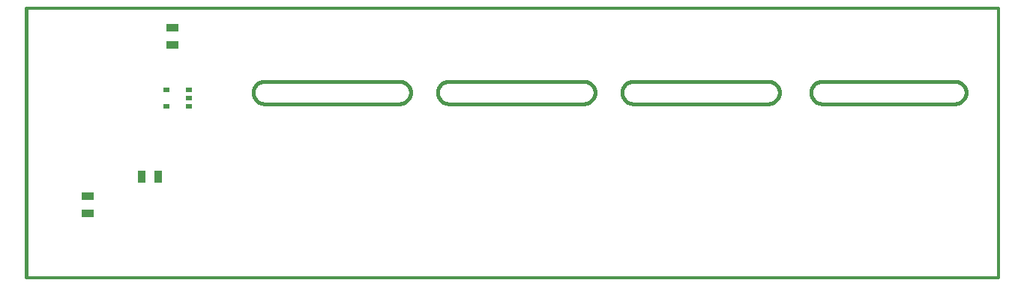
<source format=gbp>
G04 (created by PCBNEW-RS274X (20100406 SVN-R2508)-final) date 6/3/2010 9:59:45 PM*
G01*
G70*
G90*
%MOIN*%
G04 Gerber Fmt 3.4, Leading zero omitted, Abs format*
%FSLAX34Y34*%
G04 APERTURE LIST*
%ADD10C,0.006000*%
%ADD11C,0.012000*%
%ADD12C,0.015000*%
%ADD13R,0.030000X0.020000*%
%ADD14R,0.055000X0.035000*%
%ADD15R,0.035000X0.055000*%
G04 APERTURE END LIST*
G54D10*
G54D11*
X64250Y-43250D02*
X21000Y-43250D01*
X64250Y-55250D02*
X64250Y-43250D01*
X21000Y-55250D02*
X64250Y-55250D01*
G54D12*
X21000Y-55200D02*
X21000Y-55000D01*
X54000Y-47500D02*
X48000Y-47500D01*
X31600Y-46500D02*
X31557Y-46502D01*
X31514Y-46508D01*
X31471Y-46518D01*
X31429Y-46531D01*
X31389Y-46547D01*
X31351Y-46567D01*
X31314Y-46591D01*
X31279Y-46617D01*
X31247Y-46647D01*
X31217Y-46679D01*
X31191Y-46714D01*
X31167Y-46751D01*
X31147Y-46789D01*
X31131Y-46829D01*
X31118Y-46871D01*
X31108Y-46914D01*
X31102Y-46957D01*
X31100Y-47000D01*
X31100Y-47000D02*
X31102Y-47043D01*
X31108Y-47086D01*
X31118Y-47129D01*
X31131Y-47171D01*
X31147Y-47211D01*
X31167Y-47249D01*
X31191Y-47286D01*
X31217Y-47321D01*
X31247Y-47353D01*
X31279Y-47383D01*
X31314Y-47409D01*
X31351Y-47433D01*
X31389Y-47453D01*
X31429Y-47469D01*
X31471Y-47482D01*
X31514Y-47492D01*
X31557Y-47498D01*
X31600Y-47500D01*
X37600Y-47500D02*
X37643Y-47498D01*
X37686Y-47492D01*
X37729Y-47482D01*
X37771Y-47469D01*
X37811Y-47453D01*
X37850Y-47433D01*
X37886Y-47409D01*
X37921Y-47383D01*
X37953Y-47353D01*
X37983Y-47321D01*
X38009Y-47286D01*
X38033Y-47249D01*
X38053Y-47211D01*
X38069Y-47171D01*
X38082Y-47129D01*
X38092Y-47086D01*
X38098Y-47043D01*
X38100Y-47000D01*
X38100Y-47000D02*
X38098Y-46957D01*
X38092Y-46914D01*
X38082Y-46871D01*
X38069Y-46829D01*
X38053Y-46789D01*
X38033Y-46751D01*
X38009Y-46714D01*
X37983Y-46679D01*
X37953Y-46647D01*
X37921Y-46617D01*
X37886Y-46591D01*
X37850Y-46567D01*
X37811Y-46547D01*
X37771Y-46531D01*
X37729Y-46518D01*
X37686Y-46508D01*
X37643Y-46502D01*
X37600Y-46500D01*
X39800Y-46500D02*
X39757Y-46502D01*
X39714Y-46508D01*
X39671Y-46518D01*
X39629Y-46531D01*
X39589Y-46547D01*
X39551Y-46567D01*
X39514Y-46591D01*
X39479Y-46617D01*
X39447Y-46647D01*
X39417Y-46679D01*
X39391Y-46714D01*
X39367Y-46751D01*
X39347Y-46789D01*
X39331Y-46829D01*
X39318Y-46871D01*
X39308Y-46914D01*
X39302Y-46957D01*
X39300Y-47000D01*
X39300Y-47000D02*
X39302Y-47043D01*
X39308Y-47086D01*
X39318Y-47129D01*
X39331Y-47171D01*
X39347Y-47211D01*
X39367Y-47249D01*
X39391Y-47286D01*
X39417Y-47321D01*
X39447Y-47353D01*
X39479Y-47383D01*
X39514Y-47409D01*
X39551Y-47433D01*
X39589Y-47453D01*
X39629Y-47469D01*
X39671Y-47482D01*
X39714Y-47492D01*
X39757Y-47498D01*
X39800Y-47500D01*
X45800Y-47500D02*
X45843Y-47498D01*
X45886Y-47492D01*
X45929Y-47482D01*
X45971Y-47469D01*
X46011Y-47453D01*
X46050Y-47433D01*
X46086Y-47409D01*
X46121Y-47383D01*
X46153Y-47353D01*
X46183Y-47321D01*
X46209Y-47286D01*
X46233Y-47249D01*
X46253Y-47211D01*
X46269Y-47171D01*
X46282Y-47129D01*
X46292Y-47086D01*
X46298Y-47043D01*
X46300Y-47000D01*
X46300Y-47000D02*
X46298Y-46957D01*
X46292Y-46914D01*
X46282Y-46871D01*
X46269Y-46829D01*
X46253Y-46789D01*
X46233Y-46751D01*
X46209Y-46714D01*
X46183Y-46679D01*
X46153Y-46647D01*
X46121Y-46617D01*
X46086Y-46591D01*
X46050Y-46567D01*
X46011Y-46547D01*
X45971Y-46531D01*
X45929Y-46518D01*
X45886Y-46508D01*
X45843Y-46502D01*
X45800Y-46500D01*
X48000Y-46500D02*
X47957Y-46502D01*
X47914Y-46508D01*
X47871Y-46518D01*
X47829Y-46531D01*
X47789Y-46547D01*
X47751Y-46567D01*
X47714Y-46591D01*
X47679Y-46617D01*
X47647Y-46647D01*
X47617Y-46679D01*
X47591Y-46714D01*
X47567Y-46751D01*
X47547Y-46789D01*
X47531Y-46829D01*
X47518Y-46871D01*
X47508Y-46914D01*
X47502Y-46957D01*
X47500Y-47000D01*
X47500Y-47000D02*
X47502Y-47043D01*
X47508Y-47086D01*
X47518Y-47129D01*
X47531Y-47171D01*
X47547Y-47211D01*
X47567Y-47249D01*
X47591Y-47286D01*
X47617Y-47321D01*
X47647Y-47353D01*
X47679Y-47383D01*
X47714Y-47409D01*
X47751Y-47433D01*
X47789Y-47453D01*
X47829Y-47469D01*
X47871Y-47482D01*
X47914Y-47492D01*
X47957Y-47498D01*
X48000Y-47500D01*
X54000Y-47500D02*
X54043Y-47498D01*
X54086Y-47492D01*
X54129Y-47482D01*
X54171Y-47469D01*
X54211Y-47453D01*
X54250Y-47433D01*
X54286Y-47409D01*
X54321Y-47383D01*
X54353Y-47353D01*
X54383Y-47321D01*
X54409Y-47286D01*
X54433Y-47249D01*
X54453Y-47211D01*
X54469Y-47171D01*
X54482Y-47129D01*
X54492Y-47086D01*
X54498Y-47043D01*
X54500Y-47000D01*
X54500Y-47000D02*
X54498Y-46957D01*
X54492Y-46914D01*
X54482Y-46871D01*
X54469Y-46829D01*
X54453Y-46789D01*
X54433Y-46751D01*
X54409Y-46714D01*
X54383Y-46679D01*
X54353Y-46647D01*
X54321Y-46617D01*
X54286Y-46591D01*
X54250Y-46567D01*
X54211Y-46547D01*
X54171Y-46531D01*
X54129Y-46518D01*
X54086Y-46508D01*
X54043Y-46502D01*
X54000Y-46500D01*
X55900Y-47000D02*
X55902Y-47043D01*
X55908Y-47086D01*
X55918Y-47129D01*
X55931Y-47171D01*
X55947Y-47211D01*
X55967Y-47249D01*
X55991Y-47286D01*
X56017Y-47321D01*
X56047Y-47353D01*
X56079Y-47383D01*
X56114Y-47409D01*
X56151Y-47433D01*
X56189Y-47453D01*
X56229Y-47469D01*
X56271Y-47482D01*
X56314Y-47492D01*
X56357Y-47498D01*
X56400Y-47500D01*
X56400Y-46500D02*
X56357Y-46502D01*
X56314Y-46508D01*
X56271Y-46518D01*
X56229Y-46531D01*
X56189Y-46547D01*
X56151Y-46567D01*
X56114Y-46591D01*
X56079Y-46617D01*
X56047Y-46647D01*
X56017Y-46679D01*
X55991Y-46714D01*
X55967Y-46751D01*
X55947Y-46789D01*
X55931Y-46829D01*
X55918Y-46871D01*
X55908Y-46914D01*
X55902Y-46957D01*
X55900Y-47000D01*
X62300Y-47500D02*
X62343Y-47498D01*
X62386Y-47492D01*
X62429Y-47482D01*
X62471Y-47469D01*
X62511Y-47453D01*
X62550Y-47433D01*
X62586Y-47409D01*
X62621Y-47383D01*
X62653Y-47353D01*
X62683Y-47321D01*
X62709Y-47286D01*
X62733Y-47249D01*
X62753Y-47211D01*
X62769Y-47171D01*
X62782Y-47129D01*
X62792Y-47086D01*
X62798Y-47043D01*
X62800Y-47000D01*
X62800Y-47000D02*
X62798Y-46957D01*
X62792Y-46914D01*
X62782Y-46871D01*
X62769Y-46829D01*
X62753Y-46789D01*
X62733Y-46751D01*
X62709Y-46714D01*
X62683Y-46679D01*
X62653Y-46647D01*
X62621Y-46617D01*
X62586Y-46591D01*
X62550Y-46567D01*
X62511Y-46547D01*
X62471Y-46531D01*
X62429Y-46518D01*
X62386Y-46508D01*
X62343Y-46502D01*
X62300Y-46500D01*
X31600Y-47500D02*
X37600Y-47500D01*
X37600Y-46500D02*
X31600Y-46500D01*
X39800Y-47500D02*
X45800Y-47500D01*
X45800Y-46500D02*
X39800Y-46500D01*
X54000Y-46500D02*
X48000Y-46500D01*
X56400Y-46500D02*
X62300Y-46500D01*
X62300Y-47500D02*
X56400Y-47500D01*
X21000Y-43250D02*
X21000Y-55000D01*
G54D13*
X28250Y-46875D03*
X28250Y-47625D03*
X27250Y-46875D03*
X28250Y-47250D03*
X27250Y-47625D03*
G54D14*
X23750Y-52375D03*
X23750Y-51625D03*
G54D15*
X26125Y-50750D03*
X26875Y-50750D03*
G54D14*
X27500Y-44125D03*
X27500Y-44875D03*
M02*

</source>
